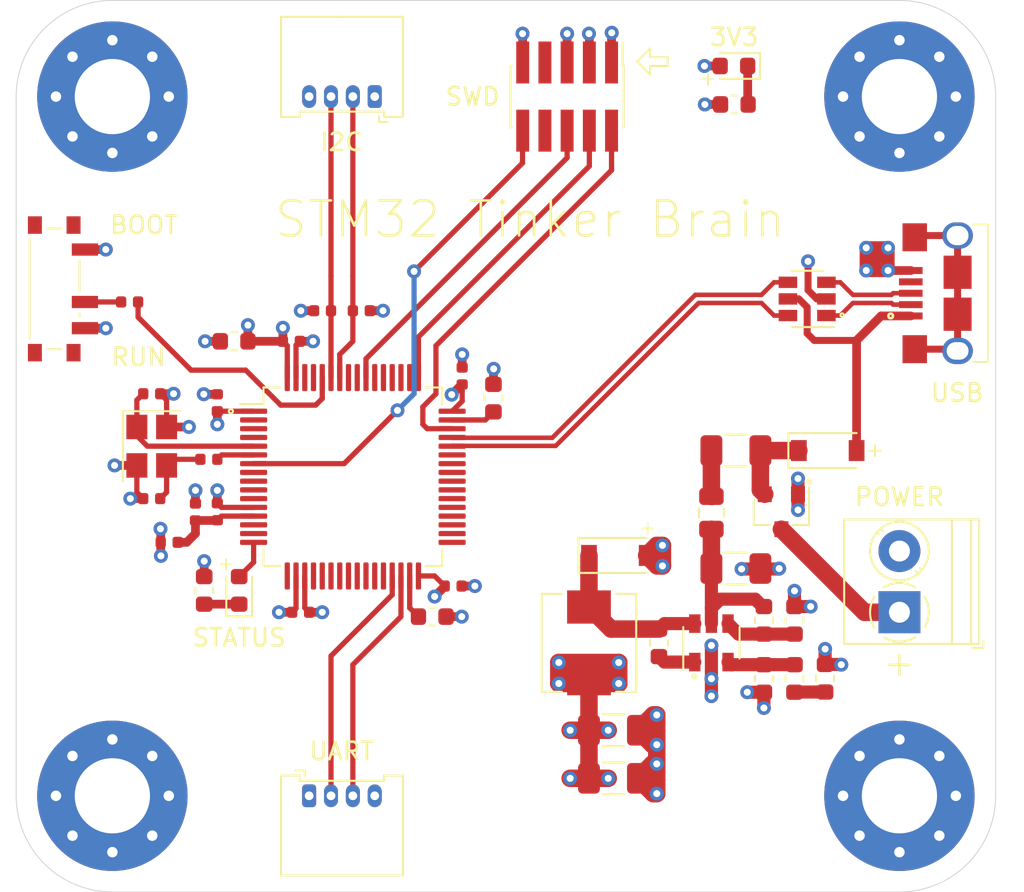
<source format=kicad_pcb>
(kicad_pcb (version 20171130) (host pcbnew 5.1.10-88a1d61d58~90~ubuntu21.04.1)
  (layers (0 F.Cu signal) (1 In1.Cu power) (2 In2.Cu power) (31 B.Cu signal) (34 B.Paste user) (35 F.Paste user) (36 B.SilkS user) (37 F.SilkS user) (38 B.Mask user) (39 F.Mask user) (44 Edge.Cuts user))
  (net 0 "")
  (net 1 BUCK_IN)
  (net 2 GND)
  (net 3 +3V3)
  (net 4 BUCK_SW)
  (net 5 BUCK_BST)
  (net 6 +3.3VA)
  (net 7 "Net-(C13-Pad1)")
  (net 8 "Net-(C14-Pad1)")
  (net 9 HSE_IN)
  (net 10 "Net-(C16-Pad1)")
  (net 11 +5V)
  (net 12 "Net-(D1-Pad1)")
  (net 13 "Net-(D3-Pad1)")
  (net 14 "Net-(D4-Pad1)")
  (net 15 LED_STATUS)
  (net 16 "Net-(F1-Pad1)")
  (net 17 +12V)
  (net 18 SWDIO)
  (net 19 SWCLK)
  (net 20 SWO)
  (net 21 "Net-(J2-Pad7)")
  (net 22 "Net-(J2-Pad8)")
  (net 23 NRST)
  (net 24 I2C1_SDA)
  (net 25 I2C1_SCL)
  (net 26 USART3_TX)
  (net 27 USART3_RX)
  (net 28 USB_CONN_D-)
  (net 29 USB_CONN_D+)
  (net 30 "Net-(J5-Pad4)")
  (net 31 "Net-(J5-Pad6)")
  (net 32 BUCK_EN)
  (net 33 BUCK_FB)
  (net 34 "Net-(R4-Pad2)")
  (net 35 BOOT0)
  (net 36 "Net-(R7-Pad1)")
  (net 37 HSE_OUT)
  (net 38 "Net-(U2-Pad2)")
  (net 39 "Net-(U2-Pad3)")
  (net 40 "Net-(U2-Pad4)")
  (net 41 "Net-(U2-Pad8)")
  (net 42 "Net-(U2-Pad9)")
  (net 43 "Net-(U2-Pad10)")
  (net 44 "Net-(U2-Pad11)")
  (net 45 "Net-(U2-Pad14)")
  (net 46 "Net-(U2-Pad15)")
  (net 47 "Net-(U2-Pad17)")
  (net 48 "Net-(U2-Pad20)")
  (net 49 "Net-(U2-Pad21)")
  (net 50 "Net-(U2-Pad22)")
  (net 51 "Net-(U2-Pad23)")
  (net 52 "Net-(U2-Pad24)")
  (net 53 "Net-(U2-Pad25)")
  (net 54 "Net-(U2-Pad26)")
  (net 55 "Net-(U2-Pad27)")
  (net 56 "Net-(U2-Pad28)")
  (net 57 "Net-(U2-Pad33)")
  (net 58 "Net-(U2-Pad34)")
  (net 59 "Net-(U2-Pad35)")
  (net 60 "Net-(U2-Pad36)")
  (net 61 "Net-(U2-Pad37)")
  (net 62 "Net-(U2-Pad38)")
  (net 63 "Net-(U2-Pad39)")
  (net 64 "Net-(U2-Pad40)")
  (net 65 "Net-(U2-Pad41)")
  (net 66 "Net-(U2-Pad42)")
  (net 67 "Net-(U2-Pad43)")
  (net 68 USB_D-)
  (net 69 USB_D+)
  (net 70 "Net-(U2-Pad50)")
  (net 71 "Net-(U2-Pad51)")
  (net 72 "Net-(U2-Pad52)")
  (net 73 "Net-(U2-Pad53)")
  (net 74 "Net-(U2-Pad54)")
  (net 75 "Net-(U2-Pad56)")
  (net 76 "Net-(U2-Pad57)")
  (net 77 "Net-(U2-Pad61)")
  (net 78 "Net-(U2-Pad62)")
  (module SchmillipKiCADLibrary:JLCPCB_MountingHole_1.152mm (layer F.Cu) (at 75.25 81)
    (fp_text reference REF**)
    (fp_text value MountingHole_1.152mm)
    (pad "" np_thru_hole circle (at 0 0) (size 1.152 1.152) (drill 1.152) (layers *.Cu *.Mask))
  )
  (module SchmillipKiCADLibrary:JLCPCB_MountingHole_1.152mm (layer F.Cu) (at 75.25 41)
    (fp_text reference REF**)
    (fp_text value MountingHole_1.152mm)
    (pad "" np_thru_hole circle (at 0 0) (size 1.152 1.152) (drill 1.152) (layers *.Cu *.Mask))
  )
  (module SchmillipKiCADLibrary:JLCPCB_MountingHole_1.152mm (layer F.Cu) (at 42.5 41)
    (fp_text reference REF**)
    (fp_text value MountingHole_1.152mm)
    (pad "" np_thru_hole circle (at 0 0) (size 1.152 1.152) (drill 1.152) (layers *.Cu *.Mask))
  )
  (module Button_Switch_SMD:SW_SPDT_PCM12 (layer F.Cu) (at 33.25 52 270)
    (fp_text reference SW1)
    (fp_text value SW_SPDT)
    (pad "" np_thru_hole circle (at -1.5 0.33 270) (size 0.9 0.9) (drill 0.9) (layers *.Cu *.Mask))
    (pad "" np_thru_hole circle (at 1.5 0.33 270) (size 0.9 0.9) (drill 0.9) (layers *.Cu *.Mask))
    (pad 1 smd rect (at -2.25 -1.43 270) (size 0.7 1.5) (layers F.Cu F.Paste F.Mask) (net 3 +3V3))
    (pad 2 smd rect (at 0.75 -1.43 270) (size 0.7 1.5) (layers F.Cu F.Paste F.Mask) (net 36 "Net-(R7-Pad1)"))
    (pad 3 smd rect (at 2.25 -1.43 270) (size 0.7 1.5) (layers F.Cu F.Paste F.Mask) (net 2 GND))
    (pad "" smd rect (at -3.65 1.43 270) (size 1 0.8) (layers F.Cu F.Paste F.Mask))
    (pad "" smd rect (at 3.65 1.43 270) (size 1 0.8) (layers F.Cu F.Paste F.Mask))
    (pad "" smd rect (at 3.65 -0.78 270) (size 1 0.8) (layers F.Cu F.Paste F.Mask))
    (pad "" smd rect (at -3.65 -0.78 270) (size 1 0.8) (layers F.Cu F.Paste F.Mask))
  )
  (module Connector_PinHeader_1.27mm:PinHeader_2x05_P1.27mm_Vertical_SMD (layer F.Cu) (at 62.25 41 270)
    (fp_text reference J2)
    (fp_text value SWD)
    (pad 10 smd rect (at 1.95 2.54 270) (size 2.4 0.74) (layers F.Cu F.Paste F.Mask) (net 23 NRST))
    (pad 9 smd rect (at -1.95 2.54 270) (size 2.4 0.74) (layers F.Cu F.Paste F.Mask) (net 2 GND))
    (pad 8 smd rect (at 1.95 1.27 270) (size 2.4 0.74) (layers F.Cu F.Paste F.Mask) (net 22 "Net-(J2-Pad8)"))
    (pad 7 smd rect (at -1.95 1.27 270) (size 2.4 0.74) (layers F.Cu F.Paste F.Mask) (net 21 "Net-(J2-Pad7)"))
    (pad 6 smd rect (at 1.95 0 270) (size 2.4 0.74) (layers F.Cu F.Paste F.Mask) (net 20 SWO))
    (pad 5 smd rect (at -1.95 0 270) (size 2.4 0.74) (layers F.Cu F.Paste F.Mask) (net 2 GND))
    (pad 4 smd rect (at 1.95 -1.27 270) (size 2.4 0.74) (layers F.Cu F.Paste F.Mask) (net 19 SWCLK))
    (pad 3 smd rect (at -1.95 -1.27 270) (size 2.4 0.74) (layers F.Cu F.Paste F.Mask) (net 2 GND))
    (pad 2 smd rect (at 1.95 -2.54 270) (size 2.4 0.74) (layers F.Cu F.Paste F.Mask) (net 18 SWDIO))
    (pad 1 smd rect (at -1.95 -2.54 270) (size 2.4 0.74) (layers F.Cu F.Paste F.Mask) (net 3 +3V3))
  )
  (module Capacitor_SMD:C_1206_3216Metric (layer F.Cu) (at 71.9 68)
    (fp_text reference C1)
    (fp_text value 10u)
    (pad 1 smd roundrect (at -1.4 0) (size 1.25 1.75) (layers F.Cu F.Paste F.Mask) (roundrect_rratio 0.2) (net 1 BUCK_IN))
    (pad 2 smd roundrect (at 1.4 0) (size 1.25 1.75) (layers F.Cu F.Paste F.Mask) (roundrect_rratio 0.2) (net 2 GND))
  )
  (module Capacitor_SMD:C_1206_3216Metric (layer F.Cu) (at 64.9 77.25)
    (fp_text reference C2)
    (fp_text value 10u)
    (pad 1 smd roundrect (at -1.4 0) (size 1.25 1.75) (layers F.Cu F.Paste F.Mask) (roundrect_rratio 0.2) (net 3 +3V3))
    (pad 2 smd roundrect (at 1.4 0) (size 1.25 1.75) (layers F.Cu F.Paste F.Mask) (roundrect_rratio 0.2) (net 2 GND))
  )
  (module Capacitor_SMD:C_1206_3216Metric (layer F.Cu) (at 64.9 80)
    (fp_text reference C3)
    (fp_text value 10u)
    (pad 2 smd roundrect (at 1.4 0) (size 1.25 1.75) (layers F.Cu F.Paste F.Mask) (roundrect_rratio 0.2) (net 2 GND))
    (pad 1 smd roundrect (at -1.4 0) (size 1.25 1.75) (layers F.Cu F.Paste F.Mask) (roundrect_rratio 0.2) (net 3 +3V3))
  )
  (module Capacitor_SMD:C_0603_1608Metric (layer F.Cu) (at 67.5 72.25 270)
    (fp_text reference C4)
    (fp_text value 10n)
    (pad 1 smd roundrect (at -0.7875 0 270) (size 0.875 0.95) (layers F.Cu F.Paste F.Mask) (net 4 BUCK_SW))
    (pad 2 smd roundrect (at 0.7875 0 270) (size 0.875 0.95) (layers F.Cu F.Paste F.Mask) (net 5 BUCK_BST))
  )
  (module Capacitor_SMD:C_0603_1608Metric (layer F.Cu) (at 43.2125 55 180)
    (fp_text reference C5)
    (fp_text value 4u7)
    (pad 2 smd roundrect (at 0.7875 0 180) (size 0.875 0.95) (layers F.Cu F.Paste F.Mask) (net 2 GND))
    (pad 1 smd roundrect (at -0.7875 0 180) (size 0.875 0.95) (layers F.Cu F.Paste F.Mask) (net 3 +3V3))
  )
  (module Capacitor_SMD:C_0402_1005Metric (layer F.Cu) (at 42.25 58.515 90)
    (fp_text reference C6)
    (fp_text value 100n)
    (pad 2 smd roundrect (at 0.485 0 90) (size 0.59 0.64) (layers F.Cu F.Paste F.Mask) (net 2 GND))
    (pad 1 smd roundrect (at -0.485 0 90) (size 0.59 0.64) (layers F.Cu F.Paste F.Mask) (net 3 +3V3))
  )
  (module Capacitor_SMD:C_0402_1005Metric (layer F.Cu) (at 47.015 70.5 180)
    (fp_text reference C7)
    (fp_text value 100n)
    (pad 1 smd roundrect (at -0.485 0 180) (size 0.59 0.64) (layers F.Cu F.Paste F.Mask) (net 3 +3V3))
    (pad 2 smd roundrect (at 0.485 0 180) (size 0.59 0.64) (layers F.Cu F.Paste F.Mask) (net 2 GND))
  )
  (module Capacitor_SMD:C_0402_1005Metric (layer F.Cu) (at 55.735 69)
    (fp_text reference C8)
    (fp_text value 100n)
    (pad 2 smd roundrect (at 0.485 0) (size 0.59 0.64) (layers F.Cu F.Paste F.Mask) (net 2 GND))
    (pad 1 smd roundrect (at -0.485 0) (size 0.59 0.64) (layers F.Cu F.Paste F.Mask) (net 3 +3V3))
  )
  (module Capacitor_SMD:C_0402_1005Metric (layer F.Cu) (at 56.25 56.985 90)
    (fp_text reference C9)
    (fp_text value 100n)
    (pad 1 smd roundrect (at -0.485 0 90) (size 0.59 0.64) (layers F.Cu F.Paste F.Mask) (net 3 +3V3))
    (pad 2 smd roundrect (at 0.485 0 90) (size 0.59 0.64) (layers F.Cu F.Paste F.Mask) (net 2 GND))
  )
  (module Capacitor_SMD:C_0402_1005Metric (layer F.Cu) (at 46.485 55)
    (fp_text reference C10)
    (fp_text value 100n)
    (pad 2 smd roundrect (at 0.485 0) (size 0.59 0.64) (layers F.Cu F.Paste F.Mask) (net 2 GND))
    (pad 1 smd roundrect (at -0.485 0) (size 0.59 0.64) (layers F.Cu F.Paste F.Mask) (net 3 +3V3))
  )
  (module Capacitor_SMD:C_0402_1005Metric (layer F.Cu) (at 41 64.765 90)
    (fp_text reference C11)
    (fp_text value 1u)
    (pad 1 smd roundrect (at -0.485 0 90) (size 0.59 0.64) (layers F.Cu F.Paste F.Mask) (net 6 +3.3VA))
    (pad 2 smd roundrect (at 0.485 0 90) (size 0.59 0.64) (layers F.Cu F.Paste F.Mask) (net 2 GND))
  )
  (module Capacitor_SMD:C_0402_1005Metric (layer F.Cu) (at 42.25 64.75 90)
    (fp_text reference C12)
    (fp_text value 10n)
    (pad 1 smd roundrect (at -0.485 0 90) (size 0.59 0.64) (layers F.Cu F.Paste F.Mask) (net 6 +3.3VA))
    (pad 2 smd roundrect (at 0.485 0 90) (size 0.59 0.64) (layers F.Cu F.Paste F.Mask) (net 2 GND))
  )
  (module Capacitor_SMD:C_0603_1608Metric (layer F.Cu) (at 54.5375 70.75)
    (fp_text reference C13)
    (fp_text value 2u2)
    (pad 1 smd roundrect (at -0.7875 0) (size 0.875 0.95) (layers F.Cu F.Paste F.Mask) (net 7 "Net-(C13-Pad1)"))
    (pad 2 smd roundrect (at 0.7875 0) (size 0.875 0.95) (layers F.Cu F.Paste F.Mask) (net 2 GND))
  )
  (module Capacitor_SMD:C_0603_1608Metric (layer F.Cu) (at 58.0375 58.25 90)
    (fp_text reference C14)
    (fp_text value 2u2)
    (pad 2 smd roundrect (at 0.7875 0 90) (size 0.875 0.95) (layers F.Cu F.Paste F.Mask) (net 2 GND))
    (pad 1 smd roundrect (at -0.7875 0 90) (size 0.875 0.95) (layers F.Cu F.Paste F.Mask) (net 8 "Net-(C14-Pad1)"))
  )
  (module Capacitor_SMD:C_0402_1005Metric (layer F.Cu) (at 38.5 58)
    (fp_text reference C15)
    (fp_text value 12p)
    (pad 2 smd roundrect (at 0.485 0) (size 0.59 0.64) (layers F.Cu F.Paste F.Mask) (net 2 GND))
    (pad 1 smd roundrect (at -0.485 0) (size 0.59 0.64) (layers F.Cu F.Paste F.Mask) (net 9 HSE_IN))
  )
  (module Capacitor_SMD:C_0402_1005Metric (layer F.Cu) (at 38.5 64 180)
    (fp_text reference C16)
    (fp_text value 12p)
    (pad 1 smd roundrect (at -0.485 0 180) (size 0.59 0.64) (layers F.Cu F.Paste F.Mask) (net 10 "Net-(C16-Pad1)"))
    (pad 2 smd roundrect (at 0.485 0 180) (size 0.59 0.64) (layers F.Cu F.Paste F.Mask) (net 2 GND))
  )
  (module Diode_SMD:D_SOD-123 (layer F.Cu) (at 77.15 61.25)
    (fp_text reference D1)
    (fp_text value B5819W)
    (pad 2 smd rect (at 1.65 0) (size 0.9 1.2) (layers F.Cu F.Paste F.Mask) (net 11 +5V))
    (pad 1 smd rect (at -1.65 0) (size 0.9 1.2) (layers F.Cu F.Paste F.Mask) (net 12 "Net-(D1-Pad1)"))
  )
  (module Diode_SMD:D_SOD-123 (layer F.Cu) (at 65.15 67.25)
    (fp_text reference D2)
    (fp_text value B5819W)
    (pad 1 smd rect (at -1.65 0) (size 0.9 1.2) (layers F.Cu F.Paste F.Mask) (net 4 BUCK_SW))
    (pad 2 smd rect (at 1.65 0) (size 0.9 1.2) (layers F.Cu F.Paste F.Mask) (net 2 GND))
  )
  (module LED_SMD:LED_0603_1608Metric (layer F.Cu) (at 71.7875 39.25 180)
    (fp_text reference D3)
    (fp_text value RED)
    (pad 2 smd roundrect (at 0.7875 0 180) (size 0.875 0.95) (layers F.Cu F.Paste F.Mask) (net 3 +3V3))
    (pad 1 smd roundrect (at -0.7875 0 180) (size 0.875 0.95) (layers F.Cu F.Paste F.Mask) (net 13 "Net-(D3-Pad1)"))
  )
  (module LED_SMD:LED_0603_1608Metric (layer F.Cu) (at 43.5 69.25 90)
    (fp_text reference D4)
    (fp_text value BLUE)
    (pad 1 smd roundrect (at -0.7875 0 90) (size 0.875 0.95) (layers F.Cu F.Paste F.Mask) (net 14 "Net-(D4-Pad1)"))
    (pad 2 smd roundrect (at 0.7875 0 90) (size 0.875 0.95) (layers F.Cu F.Paste F.Mask) (net 15 LED_STATUS))
  )
  (module Fuse:Fuse_1206_3216Metric (layer F.Cu) (at 71.9 61.25)
    (fp_text reference F1)
    (fp_text value 250mA)
    (pad 1 smd roundrect (at -1.4 0) (size 1.25 1.75) (layers F.Cu F.Paste F.Mask) (roundrect_rratio 0.2) (net 16 "Net-(F1-Pad1)"))
    (pad 2 smd roundrect (at 1.4 0) (size 1.25 1.75) (layers F.Cu F.Paste F.Mask) (roundrect_rratio 0.2) (net 12 "Net-(D1-Pad1)"))
  )
  (module Inductor_SMD:L_0805_2012Metric (layer F.Cu) (at 70.5 64.8125 90)
    (fp_text reference FB1)
    (fp_text value "600 @ 600MHz")
    (pad 1 smd roundrect (at -0.9375 0 90) (size 0.975 1.4) (layers F.Cu F.Paste F.Mask) (net 1 BUCK_IN))
    (pad 2 smd roundrect (at 0.9375 0 90) (size 0.975 1.4) (layers F.Cu F.Paste F.Mask) (net 16 "Net-(F1-Pad1)"))
  )
  (module MountingHole:MountingHole_4.3mm_M4_Pad_Via (layer F.Cu) (at 81.25 41)
    (fp_text reference H1)
    (fp_text value MountingHole_Pad)
    (pad 1 thru_hole circle (at 0 0) (size 8.6 8.6) (drill 4.3) (layers *.Cu *.Mask) (net 2 GND))
    (pad 1 thru_hole circle (at 3.225 0) (size 0.9 0.9) (drill 0.6) (layers *.Cu *.Mask) (net 2 GND))
    (pad 1 thru_hole circle (at 2.280419 2.280419) (size 0.9 0.9) (drill 0.6) (layers *.Cu *.Mask) (net 2 GND))
    (pad 1 thru_hole circle (at 0 3.225) (size 0.9 0.9) (drill 0.6) (layers *.Cu *.Mask) (net 2 GND))
    (pad 1 thru_hole circle (at -2.280419 2.280419) (size 0.9 0.9) (drill 0.6) (layers *.Cu *.Mask) (net 2 GND))
    (pad 1 thru_hole circle (at -3.225 0) (size 0.9 0.9) (drill 0.6) (layers *.Cu *.Mask) (net 2 GND))
    (pad 1 thru_hole circle (at -2.280419 -2.280419) (size 0.9 0.9) (drill 0.6) (layers *.Cu *.Mask) (net 2 GND))
    (pad 1 thru_hole circle (at 0 -3.225) (size 0.9 0.9) (drill 0.6) (layers *.Cu *.Mask) (net 2 GND))
    (pad 1 thru_hole circle (at 2.280419 -2.280419) (size 0.9 0.9) (drill 0.6) (layers *.Cu *.Mask) (net 2 GND))
  )
  (module MountingHole:MountingHole_4.3mm_M4_Pad_Via (layer F.Cu) (at 81.25 81)
    (fp_text reference H2)
    (fp_text value MountingHole_Pad)
    (pad 1 thru_hole circle (at 2.280419 -2.280419) (size 0.9 0.9) (drill 0.6) (layers *.Cu *.Mask) (net 2 GND))
    (pad 1 thru_hole circle (at 0 -3.225) (size 0.9 0.9) (drill 0.6) (layers *.Cu *.Mask) (net 2 GND))
    (pad 1 thru_hole circle (at -2.280419 -2.280419) (size 0.9 0.9) (drill 0.6) (layers *.Cu *.Mask) (net 2 GND))
    (pad 1 thru_hole circle (at -3.225 0) (size 0.9 0.9) (drill 0.6) (layers *.Cu *.Mask) (net 2 GND))
    (pad 1 thru_hole circle (at -2.280419 2.280419) (size 0.9 0.9) (drill 0.6) (layers *.Cu *.Mask) (net 2 GND))
    (pad 1 thru_hole circle (at 0 3.225) (size 0.9 0.9) (drill 0.6) (layers *.Cu *.Mask) (net 2 GND))
    (pad 1 thru_hole circle (at 2.280419 2.280419) (size 0.9 0.9) (drill 0.6) (layers *.Cu *.Mask) (net 2 GND))
    (pad 1 thru_hole circle (at 3.225 0) (size 0.9 0.9) (drill 0.6) (layers *.Cu *.Mask) (net 2 GND))
    (pad 1 thru_hole circle (at 0 0) (size 8.6 8.6) (drill 4.3) (layers *.Cu *.Mask) (net 2 GND))
  )
  (module MountingHole:MountingHole_4.3mm_M4_Pad_Via (layer F.Cu) (at 36.25 81)
    (fp_text reference H3)
    (fp_text value MountingHole_Pad)
    (pad 1 thru_hole circle (at 0 0) (size 8.6 8.6) (drill 4.3) (layers *.Cu *.Mask) (net 2 GND))
    (pad 1 thru_hole circle (at 3.225 0) (size 0.9 0.9) (drill 0.6) (layers *.Cu *.Mask) (net 2 GND))
    (pad 1 thru_hole circle (at 2.280419 2.280419) (size 0.9 0.9) (drill 0.6) (layers *.Cu *.Mask) (net 2 GND))
    (pad 1 thru_hole circle (at 0 3.225) (size 0.9 0.9) (drill 0.6) (layers *.Cu *.Mask) (net 2 GND))
    (pad 1 thru_hole circle (at -2.280419 2.280419) (size 0.9 0.9) (drill 0.6) (layers *.Cu *.Mask) (net 2 GND))
    (pad 1 thru_hole circle (at -3.225 0) (size 0.9 0.9) (drill 0.6) (layers *.Cu *.Mask) (net 2 GND))
    (pad 1 thru_hole circle (at -2.280419 -2.280419) (size 0.9 0.9) (drill 0.6) (layers *.Cu *.Mask) (net 2 GND))
    (pad 1 thru_hole circle (at 0 -3.225) (size 0.9 0.9) (drill 0.6) (layers *.Cu *.Mask) (net 2 GND))
    (pad 1 thru_hole circle (at 2.280419 -2.280419) (size 0.9 0.9) (drill 0.6) (layers *.Cu *.Mask) (net 2 GND))
  )
  (module MountingHole:MountingHole_4.3mm_M4_Pad_Via (layer F.Cu) (at 36.25 41)
    (fp_text reference H4)
    (fp_text value MountingHole_Pad)
    (pad 1 thru_hole circle (at 2.280419 -2.280419) (size 0.9 0.9) (drill 0.6) (layers *.Cu *.Mask) (net 2 GND))
    (pad 1 thru_hole circle (at 0 -3.225) (size 0.9 0.9) (drill 0.6) (layers *.Cu *.Mask) (net 2 GND))
    (pad 1 thru_hole circle (at -2.280419 -2.280419) (size 0.9 0.9) (drill 0.6) (layers *.Cu *.Mask) (net 2 GND))
    (pad 1 thru_hole circle (at -3.225 0) (size 0.9 0.9) (drill 0.6) (layers *.Cu *.Mask) (net 2 GND))
    (pad 1 thru_hole circle (at -2.280419 2.280419) (size 0.9 0.9) (drill 0.6) (layers *.Cu *.Mask) (net 2 GND))
    (pad 1 thru_hole circle (at 0 3.225) (size 0.9 0.9) (drill 0.6) (layers *.Cu *.Mask) (net 2 GND))
    (pad 1 thru_hole circle (at 2.280419 2.280419) (size 0.9 0.9) (drill 0.6) (layers *.Cu *.Mask) (net 2 GND))
    (pad 1 thru_hole circle (at 3.225 0) (size 0.9 0.9) (drill 0.6) (layers *.Cu *.Mask) (net 2 GND))
    (pad 1 thru_hole circle (at 0 0) (size 8.6 8.6) (drill 4.3) (layers *.Cu *.Mask) (net 2 GND))
  )
  (module TerminalBlock_Phoenix:TerminalBlock_Phoenix_PT-1,5-2-3.5-H_1x02_P3.50mm_Horizontal (layer F.Cu) (at 81.25 70.5 90)
    (fp_text reference J1)
    (fp_text value Screw_Terminal_01x02)
    (pad 1 thru_hole rect (at 0 0 90) (size 2.4 2.4) (drill 1.2) (layers *.Cu *.Mask) (net 17 +12V))
    (pad 2 thru_hole circle (at 3.5 0 90) (size 2.4 2.4) (drill 1.2) (layers *.Cu *.Mask) (net 2 GND))
  )
  (module Connector_Molex:Molex_PicoBlade_53048-0410_1x04_P1.25mm_Horizontal (layer F.Cu) (at 51.25 41 180)
    (fp_text reference J3)
    (fp_text value Conn_01x04)
    (pad 4 thru_hole oval (at 3.75 0 180) (size 0.8 1.3) (drill 0.5) (layers *.Cu *.Mask) (net 2 GND))
    (pad 3 thru_hole oval (at 2.5 0 180) (size 0.8 1.3) (drill 0.5) (layers *.Cu *.Mask) (net 24 I2C1_SDA))
    (pad 2 thru_hole oval (at 1.25 0 180) (size 0.8 1.3) (drill 0.5) (layers *.Cu *.Mask) (net 25 I2C1_SCL))
    (pad 1 thru_hole roundrect (at 0 0 180) (size 0.8 1.3) (drill 0.5) (layers *.Cu *.Mask) (net 3 +3V3))
  )
  (module Connector_Molex:Molex_PicoBlade_53048-0410_1x04_P1.25mm_Horizontal (layer F.Cu) (at 47.5 81)
    (fp_text reference J4)
    (fp_text value Conn_01x04)
    (pad 1 thru_hole roundrect (at 0 0) (size 0.8 1.3) (drill 0.5) (layers *.Cu *.Mask) (net 3 +3V3))
    (pad 2 thru_hole oval (at 1.25 0) (size 0.8 1.3) (drill 0.5) (layers *.Cu *.Mask) (net 26 USART3_TX))
    (pad 3 thru_hole oval (at 2.5 0) (size 0.8 1.3) (drill 0.5) (layers *.Cu *.Mask) (net 27 USART3_RX))
    (pad 4 thru_hole oval (at 3.75 0) (size 0.8 1.3) (drill 0.5) (layers *.Cu *.Mask) (net 2 GND))
  )
  (module SchmillipKiCADLibrary:USB_MICRO_B_101181930001LF (layer F.Cu) (at 84.5 52.25 90)
    (fp_text reference J5)
    (fp_text value USB_B_Micro hide)
    (pad 1 smd rect (at -1.3 -2.6 90) (size 0.4 1.35) (layers F.Cu F.Paste F.Mask) (net 11 +5V))
    (pad 2 smd rect (at -0.65 -2.6 90) (size 0.4 1.35) (layers F.Cu F.Paste F.Mask) (net 28 USB_CONN_D-))
    (pad 3 smd rect (at 0 -2.6 90) (size 0.4 1.35) (layers F.Cu F.Paste F.Mask) (net 29 USB_CONN_D+))
    (pad 4 smd rect (at 0.65 -2.6 90) (size 0.4 1.35) (layers F.Cu F.Paste F.Mask) (net 30 "Net-(J5-Pad4)"))
    (pad 5 smd rect (at 1.3 -2.6 90) (size 0.4 1.35) (layers F.Cu F.Paste F.Mask) (net 2 GND))
    (pad 6 thru_hole oval (at -3.3 0.075 180) (size 1.75 1.5) (drill oval 1.25 1) (layers *.Cu *.Mask) (net 31 "Net-(J5-Pad6)"))
    (pad 6 thru_hole oval (at 3.3 0.075 180) (size 1.75 1.5) (drill oval 1.25 1.1) (layers *.Cu *.Mask) (net 31 "Net-(J5-Pad6)"))
    (pad 6 smd rect (at -3.2 -2.375 180) (size 1.4 1.6) (layers F.Cu F.Paste F.Mask) (net 31 "Net-(J5-Pad6)"))
    (pad 6 smd rect (at -1.2 0.075 180) (size 1.6 1.9) (layers F.Cu F.Paste F.Mask) (net 31 "Net-(J5-Pad6)"))
    (pad 6 smd rect (at 1.2 0.075 180) (size 1.6 1.9) (layers F.Cu F.Paste F.Mask) (net 31 "Net-(J5-Pad6)"))
    (pad 6 smd rect (at 3.2 -2.375 180) (size 1.4 1.6) (layers F.Cu F.Paste F.Mask) (net 31 "Net-(J5-Pad6)"))
  )
  (module Inductor_SMD:L_Sunlord_MWSA0518_5.4x5.2mm (layer F.Cu) (at 63.5 72.25 270)
    (fp_text reference L1)
    (fp_text value 10u)
    (pad 1 smd rect (at -2.05 0 270) (size 1.9 2.5) (layers F.Cu F.Paste F.Mask) (net 4 BUCK_SW))
    (pad 2 smd rect (at 2.05 0 270) (size 1.9 2.5) (layers F.Cu F.Paste F.Mask) (net 3 +3V3))
  )
  (module Inductor_SMD:L_0402_1005Metric (layer F.Cu) (at 39.5 66.5)
    (fp_text reference L2)
    (fp_text value 39n)
    (pad 1 smd roundrect (at -0.485 0) (size 0.59 0.64) (layers F.Cu F.Paste F.Mask) (net 3 +3V3))
    (pad 2 smd roundrect (at 0.485 0) (size 0.59 0.64) (layers F.Cu F.Paste F.Mask) (net 6 +3.3VA))
  )
  (module Package_TO_SOT_SMD:SOT-23 (layer F.Cu) (at 74.5 64.75 270)
    (fp_text reference Q1)
    (fp_text value AO3401A)
    (pad 1 smd rect (at -1 -0.95 270) (size 0.9 0.8) (layers F.Cu F.Paste F.Mask) (net 2 GND))
    (pad 2 smd rect (at -1 0.95 270) (size 0.9 0.8) (layers F.Cu F.Paste F.Mask) (net 12 "Net-(D1-Pad1)"))
    (pad 3 smd rect (at 1 0 270) (size 0.9 0.8) (layers F.Cu F.Paste F.Mask) (net 17 +12V))
  )
  (module Resistor_SMD:R_0603_1608Metric (layer F.Cu) (at 73.5 70.9625 270)
    (fp_text reference R1)
    (fp_text value 100k)
    (pad 2 smd roundrect (at 0.7875 0 270) (size 0.875 0.95) (layers F.Cu F.Paste F.Mask) (net 32 BUCK_EN))
    (pad 1 smd roundrect (at -0.7875 0 270) (size 0.875 0.95) (layers F.Cu F.Paste F.Mask) (net 1 BUCK_IN))
  )
  (module Resistor_SMD:R_0603_1608Metric (layer F.Cu) (at 75.25 70.9625 90)
    (fp_text reference R2)
    (fp_text value 68k)
    (pad 1 smd roundrect (at -0.7875 0 90) (size 0.875 0.95) (layers F.Cu F.Paste F.Mask) (net 32 BUCK_EN))
    (pad 2 smd roundrect (at 0.7875 0 90) (size 0.875 0.95) (layers F.Cu F.Paste F.Mask) (net 2 GND))
  )
  (module Resistor_SMD:R_0603_1608Metric (layer F.Cu) (at 73.5 74.2875 90)
    (fp_text reference R3)
    (fp_text value 47k)
    (pad 1 smd roundrect (at -0.7875 0 90) (size 0.875 0.95) (layers F.Cu F.Paste F.Mask) (net 3 +3V3))
    (pad 2 smd roundrect (at 0.7875 0 90) (size 0.875 0.95) (layers F.Cu F.Paste F.Mask) (net 33 BUCK_FB))
  )
  (module Resistor_SMD:R_0603_1608Metric (layer F.Cu) (at 75.25 74.2875 270)
    (fp_text reference R4)
    (fp_text value 15k)
    (pad 1 smd roundrect (at -0.7875 0 270) (size 0.875 0.95) (layers F.Cu F.Paste F.Mask) (net 33 BUCK_FB))
    (pad 2 smd roundrect (at 0.7875 0 270) (size 0.875 0.95) (layers F.Cu F.Paste F.Mask) (net 34 "Net-(R4-Pad2)"))
  )
  (module Resistor_SMD:R_0603_1608Metric (layer F.Cu) (at 77 74.275 90)
    (fp_text reference R5)
    (fp_text value 270)
    (pad 2 smd roundrect (at 0.7875 0 90) (size 0.875 0.95) (layers F.Cu F.Paste F.Mask) (net 2 GND))
    (pad 1 smd roundrect (at -0.7875 0 90) (size 0.875 0.95) (layers F.Cu F.Paste F.Mask) (net 34 "Net-(R4-Pad2)"))
  )
  (module Resistor_SMD:R_0603_1608Metric (layer F.Cu) (at 71.8125 41.45)
    (fp_text reference R6)
    (fp_text value 1k)
    (pad 2 smd roundrect (at 0.7875 0) (size 0.875 0.95) (layers F.Cu F.Paste F.Mask) (net 13 "Net-(D3-Pad1)"))
    (pad 1 smd roundrect (at -0.7875 0) (size 0.875 0.95) (layers F.Cu F.Paste F.Mask) (net 2 GND))
  )
  (module Resistor_SMD:R_0402_1005Metric (layer F.Cu) (at 37.235 52.75)
    (fp_text reference R7)
    (fp_text value 10k)
    (pad 2 smd roundrect (at 0.485 0) (size 0.59 0.64) (layers F.Cu F.Paste F.Mask) (net 35 BOOT0))
    (pad 1 smd roundrect (at -0.485 0) (size 0.59 0.64) (layers F.Cu F.Paste F.Mask) (net 36 "Net-(R7-Pad1)"))
  )
  (module Resistor_SMD:R_0402_1005Metric (layer F.Cu) (at 41.765 61.75 180)
    (fp_text reference R8)
    (fp_text value 47)
    (pad 1 smd roundrect (at -0.485 0 180) (size 0.59 0.64) (layers F.Cu F.Paste F.Mask) (net 37 HSE_OUT))
    (pad 2 smd roundrect (at 0.485 0 180) (size 0.59 0.64) (layers F.Cu F.Paste F.Mask) (net 10 "Net-(C16-Pad1)"))
  )
  (module Resistor_SMD:R_0603_1608Metric (layer F.Cu) (at 41.5 69.25 270)
    (fp_text reference R9)
    (fp_text value 1k5)
    (pad 1 smd roundrect (at -0.7875 0 270) (size 0.875 0.95) (layers F.Cu F.Paste F.Mask) (net 2 GND))
    (pad 2 smd roundrect (at 0.7875 0 270) (size 0.875 0.95) (layers F.Cu F.Paste F.Mask) (net 14 "Net-(D4-Pad1)"))
  )
  (module Resistor_SMD:R_0402_1005Metric (layer F.Cu) (at 50.485 53.25 180)
    (fp_text reference R10)
    (fp_text value 2k2)
    (pad 2 smd roundrect (at 0.485 0 180) (size 0.59 0.64) (layers F.Cu F.Paste F.Mask) (net 25 I2C1_SCL))
    (pad 1 smd roundrect (at -0.485 0 180) (size 0.59 0.64) (layers F.Cu F.Paste F.Mask) (net 3 +3V3))
  )
  (module Resistor_SMD:R_0402_1005Metric (layer F.Cu) (at 48.265 53.25)
    (fp_text reference R11)
    (fp_text value 2k2)
    (pad 1 smd roundrect (at -0.485 0) (size 0.59 0.64) (layers F.Cu F.Paste F.Mask) (net 3 +3V3))
    (pad 2 smd roundrect (at 0.485 0) (size 0.59 0.64) (layers F.Cu F.Paste F.Mask) (net 24 I2C1_SDA))
  )
  (module Package_TO_SOT_SMD:SOT-23-6 (layer F.Cu) (at 70.5 72.25 90)
    (fp_text reference U1)
    (fp_text value MP2359DJ-LF-Z)
    (pad 1 smd rect (at -1.1 -0.95 90) (size 1.06 0.65) (layers F.Cu F.Paste F.Mask) (net 5 BUCK_BST))
    (pad 2 smd rect (at -1.1 0 90) (size 1.06 0.65) (layers F.Cu F.Paste F.Mask) (net 2 GND))
    (pad 3 smd rect (at -1.1 0.95 90) (size 1.06 0.65) (layers F.Cu F.Paste F.Mask) (net 33 BUCK_FB))
    (pad 4 smd rect (at 1.1 0.95 90) (size 1.06 0.65) (layers F.Cu F.Paste F.Mask) (net 32 BUCK_EN))
    (pad 6 smd rect (at 1.1 -0.95 90) (size 1.06 0.65) (layers F.Cu F.Paste F.Mask) (net 4 BUCK_SW))
    (pad 5 smd rect (at 1.1 0 90) (size 1.06 0.65) (layers F.Cu F.Paste F.Mask) (net 1 BUCK_IN))
  )
  (module Package_QFP:LQFP-64_10x10mm_P0.5mm (layer F.Cu) (at 50 62.75)
    (fp_text reference U2)
    (fp_text value STM32F405RGT6)
    (pad 1 smd roundrect (at -5.675 -3.75) (size 1.55 0.3) (layers F.Cu F.Paste F.Mask) (net 3 +3V3))
    (pad 2 smd roundrect (at -5.675 -3.25) (size 1.55 0.3) (layers F.Cu F.Paste F.Mask) (net 38 "Net-(U2-Pad2)"))
    (pad 3 smd roundrect (at -5.675 -2.75) (size 1.55 0.3) (layers F.Cu F.Paste F.Mask) (net 39 "Net-(U2-Pad3)"))
    (pad 4 smd roundrect (at -5.675 -2.25) (size 1.55 0.3) (layers F.Cu F.Paste F.Mask) (net 40 "Net-(U2-Pad4)"))
    (pad 5 smd roundrect (at -5.675 -1.75) (size 1.55 0.3) (layers F.Cu F.Paste F.Mask) (net 9 HSE_IN))
    (pad 6 smd roundrect (at -5.675 -1.25) (size 1.55 0.3) (layers F.Cu F.Paste F.Mask) (net 37 HSE_OUT))
    (pad 7 smd roundrect (at -5.675 -0.75) (size 1.55 0.3) (layers F.Cu F.Paste F.Mask) (net 23 NRST))
    (pad 8 smd roundrect (at -5.675 -0.25) (size 1.55 0.3) (layers F.Cu F.Paste F.Mask) (net 41 "Net-(U2-Pad8)"))
    (pad 9 smd roundrect (at -5.675 0.25) (size 1.55 0.3) (layers F.Cu F.Paste F.Mask) (net 42 "Net-(U2-Pad9)"))
    (pad 10 smd roundrect (at -5.675 0.75) (size 1.55 0.3) (layers F.Cu F.Paste F.Mask) (net 43 "Net-(U2-Pad10)"))
    (pad 11 smd roundrect (at -5.675 1.25) (size 1.55 0.3) (layers F.Cu F.Paste F.Mask) (net 44 "Net-(U2-Pad11)"))
    (pad 12 smd roundrect (at -5.675 1.75) (size 1.55 0.3) (layers F.Cu F.Paste F.Mask) (net 2 GND))
    (pad 13 smd roundrect (at -5.675 2.25) (size 1.55 0.3) (layers F.Cu F.Paste F.Mask) (net 6 +3.3VA))
    (pad 14 smd roundrect (at -5.675 2.75) (size 1.55 0.3) (layers F.Cu F.Paste F.Mask) (net 45 "Net-(U2-Pad14)"))
    (pad 15 smd roundrect (at -5.675 3.25) (size 1.55 0.3) (layers F.Cu F.Paste F.Mask) (net 46 "Net-(U2-Pad15)"))
    (pad 16 smd roundrect (at -5.675 3.75) (size 1.55 0.3) (layers F.Cu F.Paste F.Mask) (net 15 LED_STATUS))
    (pad 17 smd roundrect (at -3.75 5.675) (size 0.3 1.55) (layers F.Cu F.Paste F.Mask) (net 47 "Net-(U2-Pad17)"))
    (pad 18 smd roundrect (at -3.25 5.675) (size 0.3 1.55) (layers F.Cu F.Paste F.Mask) (net 2 GND))
    (pad 19 smd roundrect (at -2.75 5.675) (size 0.3 1.55) (layers F.Cu F.Paste F.Mask) (net 3 +3V3))
    (pad 20 smd roundrect (at -2.25 5.675) (size 0.3 1.55) (layers F.Cu F.Paste F.Mask) (net 48 "Net-(U2-Pad20)"))
    (pad 21 smd roundrect (at -1.75 5.675) (size 0.3 1.55) (layers F.Cu F.Paste F.Mask) (net 49 "Net-(U2-Pad21)"))
    (pad 22 smd roundrect (at -1.25 5.675) (size 0.3 1.55) (layers F.Cu F.Paste F.Mask) (net 50 "Net-(U2-Pad22)"))
    (pad 23 smd roundrect (at -0.75 5.675) (size 0.3 1.55) (layers F.Cu F.Paste F.Mask) (net 51 "Net-(U2-Pad23)"))
    (pad 24 smd roundrect (at -0.25 5.675) (size 0.3 1.55) (layers F.Cu F.Paste F.Mask) (net 52 "Net-(U2-Pad24)"))
    (pad 25 smd roundrect (at 0.25 5.675) (size 0.3 1.55) (layers F.Cu F.Paste F.Mask) (net 53 "Net-(U2-Pad25)"))
    (pad 26 smd roundrect (at 0.75 5.675) (size 0.3 1.55) (layers F.Cu F.Paste F.Mask) (net 54 "Net-(U2-Pad26)"))
    (pad 27 smd roundrect (at 1.25 5.675) (size 0.3 1.55) (layers F.Cu F.Paste F.Mask) (net 55 "Net-(U2-Pad27)"))
    (pad 28 smd roundrect (at 1.75 5.675) (size 0.3 1.55) (layers F.Cu F.Paste F.Mask) (net 56 "Net-(U2-Pad28)"))
    (pad 29 smd roundrect (at 2.25 5.675) (size 0.3 1.55) (layers F.Cu F.Paste F.Mask) (net 26 USART3_TX))
    (pad 30 smd roundrect (at 2.75 5.675) (size 0.3 1.55) (layers F.Cu F.Paste F.Mask) (net 27 USART3_RX))
    (pad 31 smd roundrect (at 3.25 5.675) (size 0.3 1.55) (layers F.Cu F.Paste F.Mask) (net 7 "Net-(C13-Pad1)"))
    (pad 32 smd roundrect (at 3.75 5.675) (size 0.3 1.55) (layers F.Cu F.Paste F.Mask) (net 3 +3V3))
    (pad 33 smd roundrect (at 5.675 3.75) (size 1.55 0.3) (layers F.Cu F.Paste F.Mask) (net 57 "Net-(U2-Pad33)"))
    (pad 34 smd roundrect (at 5.675 3.25) (size 1.55 0.3) (layers F.Cu F.Paste F.Mask) (net 58 "Net-(U2-Pad34)"))
    (pad 35 smd roundrect (at 5.675 2.75) (size 1.55 0.3) (layers F.Cu F.Paste F.Mask) (net 59 "Net-(U2-Pad35)"))
    (pad 36 smd roundrect (at 5.675 2.25) (size 1.55 0.3) (layers F.Cu F.Paste F.Mask) (net 60 "Net-(U2-Pad36)"))
    (pad 37 smd roundrect (at 5.675 1.75) (size 1.55 0.3) (layers F.Cu F.Paste F.Mask) (net 61 "Net-(U2-Pad37)"))
    (pad 38 smd roundrect (at 5.675 1.25) (size 1.55 0.3) (layers F.Cu F.Paste F.Mask) (net 62 "Net-(U2-Pad38)"))
    (pad 39 smd roundrect (at 5.675 0.75) (size 1.55 0.3) (layers F.Cu F.Paste F.Mask) (net 63 "Net-(U2-Pad39)"))
    (pad 40 smd roundrect (at 5.675 0.25) (size 1.55 0.3) (layers F.Cu F.Paste F.Mask) (net 64 "Net-(U2-Pad40)"))
    (pad 41 smd roundrect (at 5.675 -0.25) (size 1.55 0.3) (layers F.Cu F.Paste F.Mask) (net 65 "Net-(U2-Pad41)"))
    (pad 42 smd roundrect (at 5.675 -0.75) (size 1.55 0.3) (layers F.Cu F.Paste F.Mask) (net 66 "Net-(U2-Pad42)"))
    (pad 43 smd roundrect (at 5.675 -1.25) (size 1.55 0.3) (layers F.Cu F.Paste F.Mask) (net 67 "Net-(U2-Pad43)"))
    (pad 44 smd roundrect (at 5.675 -1.75) (size 1.55 0.3) (layers F.Cu F.Paste F.Mask) (net 68 USB_D-))
    (pad 45 smd roundrect (at 5.675 -2.25) (size 1.55 0.3) (layers F.Cu F.Paste F.Mask) (net 69 USB_D+))
    (pad 46 smd roundrect (at 5.675 -2.75) (size 1.55 0.3) (layers F.Cu F.Paste F.Mask) (net 18 SWDIO))
    (pad 47 smd roundrect (at 5.675 -3.25) (size 1.55 0.3) (layers F.Cu F.Paste F.Mask) (net 8 "Net-(C14-Pad1)"))
    (pad 48 smd roundrect (at 5.675 -3.75) (size 1.55 0.3) (layers F.Cu F.Paste F.Mask) (net 3 +3V3))
    (pad 49 smd roundrect (at 3.75 -5.675) (size 0.3 1.55) (layers F.Cu F.Paste F.Mask) (net 19 SWCLK))
    (pad 50 smd roundrect (at 3.25 -5.675) (size 0.3 1.55) (layers F.Cu F.Paste F.Mask) (net 70 "Net-(U2-Pad50)"))
    (pad 51 smd roundrect (at 2.75 -5.675) (size 0.3 1.55) (layers F.Cu F.Paste F.Mask) (net 71 "Net-(U2-Pad51)"))
    (pad 52 smd roundrect (at 2.25 -5.675) (size 0.3 1.55) (layers F.Cu F.Paste F.Mask) (net 72 "Net-(U2-Pad52)"))
    (pad 53 smd roundrect (at 1.75 -5.675) (size 0.3 1.55) (layers F.Cu F.Paste F.Mask) (net 73 "Net-(U2-Pad53)"))
    (pad 54 smd roundrect (at 1.25 -5.675) (size 0.3 1.55) (layers F.Cu F.Paste F.Mask) (net 74 "Net-(U2-Pad54)"))
    (pad 55 smd roundrect (at 0.75 -5.675) (size 0.3 1.55) (layers F.Cu F.Paste F.Mask) (net 20 SWO))
    (pad 56 smd roundrect (at 0.25 -5.675) (size 0.3 1.55) (layers F.Cu F.Paste F.Mask) (net 75 "Net-(U2-Pad56)"))
    (pad 57 smd roundrect (at -0.25 -5.675) (size 0.3 1.55) (layers F.Cu F.Paste F.Mask) (net 76 "Net-(U2-Pad57)"))
    (pad 58 smd roundrect (at -0.75 -5.675) (size 0.3 1.55) (layers F.Cu F.Paste F.Mask) (net 25 I2C1_SCL))
    (pad 59 smd roundrect (at -1.25 -5.675) (size 0.3 1.55) (layers F.Cu F.Paste F.Mask) (net 24 I2C1_SDA))
    (pad 60 smd roundrect (at -1.75 -5.675) (size 0.3 1.55) (layers F.Cu F.Paste F.Mask) (net 35 BOOT0))
    (pad 61 smd roundrect (at -2.25 -5.675) (size 0.3 1.55) (layers F.Cu F.Paste F.Mask) (net 77 "Net-(U2-Pad61)"))
    (pad 62 smd roundrect (at -2.75 -5.675) (size 0.3 1.55) (layers F.Cu F.Paste F.Mask) (net 78 "Net-(U2-Pad62)"))
    (pad 63 smd roundrect (at -3.25 -5.675) (size 0.3 1.55) (layers F.Cu F.Paste F.Mask) (net 2 GND))
    (pad 64 smd roundrect (at -3.75 -5.675) (size 0.3 1.55) (layers F.Cu F.Paste F.Mask) (net 3 +3V3))
  )
  (module Package_TO_SOT_SMD:SOT-23-6 (layer F.Cu) (at 75.975 52.575 180)
    (fp_text reference U3)
    (fp_text value USBLC6-2SC6)
    (pad 5 smd rect (at 1.1 0 180) (size 1.06 0.65) (layers F.Cu F.Paste F.Mask) (net 11 +5V))
    (pad 6 smd rect (at 1.1 -0.95 180) (size 1.06 0.65) (layers F.Cu F.Paste F.Mask) (net 68 USB_D-))
    (pad 4 smd rect (at 1.1 0.95 180) (size 1.06 0.65) (layers F.Cu F.Paste F.Mask) (net 69 USB_D+))
    (pad 3 smd rect (at -1.1 0.95 180) (size 1.06 0.65) (layers F.Cu F.Paste F.Mask) (net 29 USB_CONN_D+))
    (pad 2 smd rect (at -1.1 0 180) (size 1.06 0.65) (layers F.Cu F.Paste F.Mask) (net 2 GND))
    (pad 1 smd rect (at -1.1 -0.95 180) (size 1.06 0.65) (layers F.Cu F.Paste F.Mask) (net 28 USB_CONN_D-))
  )
  (module Crystal:Crystal_SMD_3225-4Pin_3.2x2.5mm (layer F.Cu) (at 38.5 61 270)
    (fp_text reference Y1)
    (fp_text value 16MHz)
    (pad 1 smd rect (at -1.1 0.85 270) (size 1.4 1.2) (layers F.Cu F.Paste F.Mask) (net 9 HSE_IN))
    (pad 2 smd rect (at 1.1 0.85 270) (size 1.4 1.2) (layers F.Cu F.Paste F.Mask) (net 2 GND))
    (pad 3 smd rect (at 1.1 -0.85 270) (size 1.4 1.2) (layers F.Cu F.Paste F.Mask) (net 10 "Net-(C16-Pad1)"))
    (pad 4 smd rect (at -1.1 -0.85 270) (size 1.4 1.2) (layers F.Cu F.Paste F.Mask) (net 2 GND))
  )
  (gr_text "STM32 Tinker Brain" (at 60.125 48.025) (layer F.SilkS) (effects (font (size 2 2))))
  (gr_text RUN (at 37.75 55.9) (layer F.SilkS) (effects (font (size 1 1))))
  (gr_text + (at 70.3 39.95) (layer F.SilkS) (effects (font (size 0.8 0.8) (thickness 0.1))))
  (gr_text + (at 42.75 67.7) (layer F.SilkS) (effects (font (size 0.8 0.8) (thickness 0.1))))
  (gr_text + (at 81.25 73.4) (layer F.SilkS) (effects (font (size 1.5 1.5))))
  (gr_text + (at 66.85 65.65) (layer F.SilkS) (effects (font (size 0.8 0.8) (thickness 0.1))))
  (gr_text + (at 79.85 61.2) (layer F.SilkS) (effects (font (size 0.8 0.8) (thickness 0.1))))
  (gr_line (start 67 39.75) (end 66.25 39) (layer F.SilkS) (width 0.12))
  (gr_line (start 67 39.25) (end 67 39.75) (layer F.SilkS) (width 0.12))
  (gr_line (start 68 39.25) (end 67 39.25) (layer F.SilkS) (width 0.12))
  (gr_line (start 68 38.75) (end 68 39.25) (layer F.SilkS) (width 0.12))
  (gr_line (start 67 38.75) (end 68 38.75) (layer F.SilkS) (width 0.12))
  (gr_line (start 67 38.25) (end 67 38.75) (layer F.SilkS) (width 0.12))
  (gr_line (start 66.25 39) (end 67 38.25) (layer F.SilkS) (width 0.12))
  (gr_circle (center 77.975 53.5) (end 78 53.525) (layer F.SilkS) (width 0.12))
  (gr_circle (center 76.1 63.025) (end 76.125 63.075) (layer F.SilkS) (width 0.12))
  (gr_circle (center 69.525 74.175) (end 69.55 74.225) (layer F.SilkS) (width 0.12))
  (gr_circle (center 43.025 59) (end 43.05 59.05) (layer F.SilkS) (width 0.12))
  (gr_text STATUS (at 43.5 71.95) (layer F.SilkS) (effects (font (size 1 1))))
  (gr_text 3V3 (at 71.8 37.6) (layer F.SilkS) (effects (font (size 1 1))))
  (gr_text SWD (at 56.85 41) (layer F.SilkS) (effects (font (size 1 1))))
  (gr_text BOOT (at 38.05 48.35) (layer F.SilkS) (effects (font (size 1 1))))
  (gr_text POWER (at 81.25 63.9) (layer F.SilkS) (effects (font (size 1 1))))
  (gr_text USB (at 84.55 57.95) (layer F.SilkS) (effects (font (size 1 1))))
  (gr_text UART (at 49.35 78.45) (layer F.SilkS) (effects (font (size 1 1))))
  (gr_text I2C (at 49.35 43.6) (layer F.SilkS) (effects (font (size 1 1))))
  (gr_arc (start 36.25 41) (end 36.25 35.5) (angle -90) (layer Edge.Cuts) (width 0.05))
  (gr_arc (start 36.25 81) (end 30.75 81) (angle -90) (layer Edge.Cuts) (width 0.05))
  (gr_arc (start 81.25 81) (end 81.25 86.5) (angle -90) (layer Edge.Cuts) (width 0.05))
  (gr_arc (start 81.25 41) (end 86.75 41) (angle -90) (layer Edge.Cuts) (width 0.05))
  (gr_line (start 30.75 81) (end 30.75 41) (layer Edge.Cuts) (width 0.05))
  (gr_line (start 81.25 86.5) (end 36.25 86.5) (layer Edge.Cuts) (width 0.05))
  (gr_line (start 86.75 41) (end 86.75 81) (layer Edge.Cuts) (width 0.05))
  (gr_line (start 36.25 35.5) (end 81.25 35.5) (layer Edge.Cuts) (width 0.05))
  (segment (start 70.5 65.75) (end 70.5 68) (width 1) (layer F.Cu) (net 1))
  (segment (start 73.5 70.175) (end 73.425 70.175) (width 0.75) (layer F.Cu) (net 1))
  (segment (start 73.425 70.175) (end 73 69.75) (width 0.75) (layer F.Cu) (net 1))
  (segment (start 71 69.75) (end 70.5 70.25) (width 0.75) (layer F.Cu) (net 1))
  (segment (start 73 69.75) (end 71 69.75) (width 0.75) (layer F.Cu) (net 1))
  (segment (start 70.5 71.15) (end 70.5 70.25) (width 0.75) (layer F.Cu) (net 1))
  (segment (start 70.5 70.25) (end 70.5 68) (width 0.75) (layer F.Cu) (net 1))
  (via (at 41.55 55) (size 0.8) (drill 0.4) (layers F.Cu B.Cu) (net 2))
  (segment (start 46.75 55.22) (end 46.97 55) (width 0.3) (layer F.Cu) (net 2))
  (segment (start 46.75 57.075) (end 46.75 55.22) (width 0.3) (layer F.Cu) (net 2))
  (segment (start 42.485 64.5) (end 42.25 64.265) (width 0.3) (layer F.Cu) (net 2))
  (segment (start 44.325 64.5) (end 42.485 64.5) (width 0.3) (layer F.Cu) (net 2))
  (segment (start 46.75 70.28) (end 46.53 70.5) (width 0.3) (layer F.Cu) (net 2))
  (segment (start 46.75 68.425) (end 46.75 70.28) (width 0.3) (layer F.Cu) (net 2))
  (segment (start 37.65 63.635) (end 38.015 64) (width 0.3) (layer F.Cu) (net 2))
  (segment (start 37.65 62.1) (end 37.65 63.635) (width 0.3) (layer F.Cu) (net 2))
  (segment (start 39.35 58.365) (end 38.985 58) (width 0.3) (layer F.Cu) (net 2))
  (segment (start 39.35 59.9) (end 39.35 58.365) (width 0.3) (layer F.Cu) (net 2))
  (via (at 35.875 54.25) (size 0.8) (drill 0.4) (layers F.Cu B.Cu) (net 2))
  (via (at 47.725 55) (size 0.8) (drill 0.4) (layers F.Cu B.Cu) (net 2))
  (via (at 39.75 58) (size 0.8) (drill 0.4) (layers F.Cu B.Cu) (net 2))
  (via (at 37.275 64) (size 0.8) (drill 0.4) (layers F.Cu B.Cu) (net 2))
  (via (at 41 63.525) (size 0.8) (drill 0.4) (layers F.Cu B.Cu) (net 2))
  (via (at 42.25 63.525) (size 0.8) (drill 0.4) (layers F.Cu B.Cu) (net 2))
  (via (at 41.5 67.575) (size 0.8) (drill 0.4) (layers F.Cu B.Cu) (net 2))
  (via (at 45.775 70.5) (size 0.8) (drill 0.4) (layers F.Cu B.Cu) (net 2))
  (via (at 56.225 70.75) (size 0.8) (drill 0.4) (layers F.Cu B.Cu) (net 2))
  (via (at 56.975 69) (size 0.8) (drill 0.4) (layers F.Cu B.Cu) (net 2))
  (via (at 56.25 55.75) (size 0.8) (drill 0.4) (layers F.Cu B.Cu) (net 2))
  (via (at 58.05 56.575) (size 0.8) (drill 0.4) (layers F.Cu B.Cu) (net 2))
  (via (at 70.125 41.45) (size 0.8) (drill 0.4) (layers F.Cu B.Cu) (net 2))
  (via (at 80.6 50.95) (size 0.8) (drill 0.4) (layers F.Cu B.Cu) (net 2))
  (via (at 79.35 50.95) (size 0.8) (drill 0.4) (layers F.Cu B.Cu) (net 2))
  (via (at 79.35 49.65) (size 0.8) (drill 0.4) (layers F.Cu B.Cu) (net 2))
  (via (at 80.6 49.65) (size 0.8) (drill 0.4) (layers F.Cu B.Cu) (net 2))
  (via (at 67.7 66.675) (size 0.8) (drill 0.4) (layers F.Cu B.Cu) (net 2))
  (via (at 67.7 67.85) (size 0.8) (drill 0.4) (layers F.Cu B.Cu) (net 2))
  (via (at 72.225 68.025) (size 0.8) (drill 0.4) (layers F.Cu B.Cu) (net 2))
  (via (at 74.375 68) (size 0.8) (drill 0.4) (layers F.Cu B.Cu) (net 2))
  (via (at 75.45 62.85) (size 0.8) (drill 0.4) (layers F.Cu B.Cu) (net 2))
  (via (at 75.45 64.65) (size 0.8) (drill 0.4) (layers F.Cu B.Cu) (net 2))
  (via (at 77 72.6) (size 0.8) (drill 0.4) (layers F.Cu B.Cu) (net 2))
  (via (at 77.925 73.5) (size 0.8) (drill 0.4) (layers F.Cu B.Cu) (net 2))
  (via (at 76.175 70.175) (size 0.8) (drill 0.4) (layers F.Cu B.Cu) (net 2))
  (via (at 75.25 69.275) (size 0.8) (drill 0.4) (layers F.Cu B.Cu) (net 2))
  (via (at 67.375 76.375) (size 0.8) (drill 0.4) (layers F.Cu B.Cu) (net 2))
  (via (at 67.375 78.075) (size 0.8) (drill 0.4) (layers F.Cu B.Cu) (net 2))
  (via (at 67.375 79.175) (size 0.8) (drill 0.4) (layers F.Cu B.Cu) (net 2))
  (via (at 67.375 80.875) (size 0.8) (drill 0.4) (layers F.Cu B.Cu) (net 2))
  (via (at 70.5 74.3) (size 0.8) (drill 0.4) (layers F.Cu B.Cu) (net 2))
  (via (at 70.5 75.3) (size 0.8) (drill 0.4) (layers F.Cu B.Cu) (net 2))
  (via (at 70.5 72.4) (size 0.8) (drill 0.4) (layers F.Cu B.Cu) (net 2))
  (segment (start 70.5 72.4) (end 70.5 75.3) (width 0.75) (layer F.Cu) (net 2))
  (segment (start 77 73.4875) (end 77 72.6) (width 0.75) (layer F.Cu) (net 2))
  (segment (start 77.9125 73.4875) (end 77.925 73.5) (width 0.75) (layer F.Cu) (net 2))
  (segment (start 77 73.4875) (end 77.9125 73.4875) (width 0.75) (layer F.Cu) (net 2))
  (segment (start 75.25 70.175) (end 75.25 69.275) (width 0.75) (layer F.Cu) (net 2))
  (segment (start 75.25 70.175) (end 76.175 70.175) (width 0.75) (layer F.Cu) (net 2))
  (segment (start 74.35 68.025) (end 74.375 68) (width 0.75) (layer F.Cu) (net 2))
  (segment (start 72.225 68.025) (end 74.35 68.025) (width 0.75) (layer F.Cu) (net 2))
  (segment (start 75.45 62.85) (end 75.45 64.65) (width 0.75) (layer F.Cu) (net 2))
  (segment (start 67.175 76.375) (end 66.3 77.25) (width 1) (layer F.Cu) (net 2))
  (segment (start 67.375 76.375) (end 67.175 76.375) (width 1) (layer F.Cu) (net 2))
  (segment (start 67.125 78.075) (end 66.3 77.25) (width 1) (layer F.Cu) (net 2))
  (segment (start 67.375 78.075) (end 67.125 78.075) (width 1) (layer F.Cu) (net 2))
  (segment (start 67.375 76.375) (end 67.375 78.075) (width 1) (layer F.Cu) (net 2))
  (segment (start 67.125 79.175) (end 66.3 80) (width 1) (layer F.Cu) (net 2))
  (segment (start 67.375 79.175) (end 67.125 79.175) (width 1) (layer F.Cu) (net 2))
  (segment (start 67.375 79.175) (end 67.375 80.875) (width 1) (layer F.Cu) (net 2))
  (segment (start 67.175 80.875) (end 66.3 80) (width 1) (layer F.Cu) (net 2))
  (segment (start 67.375 80.875) (end 67.175 80.875) (width 1) (layer F.Cu) (net 2))
  (segment (start 67.375 78.075) (end 67.375 79.175) (width 1) (layer F.Cu) (net 2))
  (segment (start 67.7 66.675) (end 67.7 67.85) (width 1) (layer F.Cu) (net 2))
  (segment (start 67.375 66.675) (end 66.8 67.25) (width 1) (layer F.Cu) (net 2))
  (segment (start 67.7 66.675) (end 67.375 66.675) (width 1) (layer F.Cu) (net 2))
  (segment (start 67.4 67.85) (end 66.8 67.25) (width 1) (layer F.Cu) (net 2))
  (segment (start 67.7 67.85) (end 67.4 67.85) (width 1) (layer F.Cu) (net 2))
  (segment (start 41 64.28) (end 41 63.525) (width 0.5) (layer F.Cu) (net 2))
  (segment (start 42.25 64.265) (end 42.25 63.525) (width 0.5) (layer F.Cu) (net 2))
  (via (at 41.475 58.025) (size 0.8) (drill 0.4) (layers F.Cu B.Cu) (net 2))
  (segment (start 41.48 58.03) (end 41.475 58.025) (width 0.5) (layer F.Cu) (net 2))
  (segment (start 42.25 58.03) (end 41.48 58.03) (width 0.5) (layer F.Cu) (net 2))
  (segment (start 39.75 58) (end 38.985 58) (width 0.5) (layer F.Cu) (net 2))
  (via (at 40.625 59.9) (size 0.8) (drill 0.4) (layers F.Cu B.Cu) (net 2))
  (via (at 36.375 62.1) (size 0.8) (drill 0.4) (layers F.Cu B.Cu) (net 2))
  (segment (start 40.625 59.9) (end 39.35 59.9) (width 0.5) (layer F.Cu) (net 2))
  (segment (start 37.65 62.1) (end 36.375 62.1) (width 0.5) (layer F.Cu) (net 2))
  (segment (start 42.425 55) (end 41.55 55) (width 0.5) (layer F.Cu) (net 2))
  (segment (start 35.875 54.25) (end 34.68 54.25) (width 0.5) (layer F.Cu) (net 2))
  (segment (start 46.97 55) (end 47.725 55) (width 0.5) (layer F.Cu) (net 2))
  (segment (start 56.25 56.5) (end 56.25 55.75) (width 0.5) (layer F.Cu) (net 2))
  (segment (start 58.0375 56.5875) (end 58.05 56.575) (width 0.5) (layer F.Cu) (net 2))
  (segment (start 58.0375 57.4625) (end 58.0375 56.5875) (width 0.5) (layer F.Cu) (net 2))
  (segment (start 71.025 41.45) (end 70.125 41.45) (width 0.5) (layer F.Cu) (net 2))
  (segment (start 46.53 70.5) (end 45.775 70.5) (width 0.5) (layer F.Cu) (net 2))
  (segment (start 41.5 68.4625) (end 41.5 67.575) (width 0.5) (layer F.Cu) (net 2))
  (segment (start 38.015 64) (end 37.275 64) (width 0.5) (layer F.Cu) (net 2))
  (segment (start 81.9 50.95) (end 80.6 50.95) (width 0.5) (layer F.Cu) (net 2))
  (segment (start 80.6 50.95) (end 79.35 50.95) (width 0.75) (layer F.Cu) (net 2))
  (segment (start 79.35 49.65) (end 79.35 50.95) (width 0.75) (layer F.Cu) (net 2))
  (segment (start 80.6 49.65) (end 80.6 50.95) (width 0.75) (layer F.Cu) (net 2))
  (segment (start 79.35 50.9) (end 80.6 49.65) (width 0.75) (layer F.Cu) (net 2))
  (segment (start 79.35 50.95) (end 79.35 50.9) (width 0.75) (layer F.Cu) (net 2))
  (segment (start 79.35 49.65) (end 80.6 49.65) (width 0.75) (layer F.Cu) (net 2))
  (segment (start 77.075 52.575) (end 76.525 52.575) (width 0.4) (layer F.Cu) (net 2))
  (segment (start 76.525 52.575) (end 76.025 52.075) (width 0.4) (layer F.Cu) (net 2))
  (via (at 76.025 50.425) (size 0.8) (drill 0.4) (layers F.Cu B.Cu) (net 2))
  (segment (start 76.025 52.075) (end 76.025 50.425) (width 0.4) (layer F.Cu) (net 2))
  (segment (start 56.22 69) (end 56.975 69) (width 0.5) (layer F.Cu) (net 2))
  (segment (start 55.325 70.75) (end 56.225 70.75) (width 0.5) (layer F.Cu) (net 2))
  (via (at 63.5 37.4) (size 0.8) (drill 0.4) (layers F.Cu B.Cu) (net 2))
  (via (at 62.25 37.4) (size 0.8) (drill 0.4) (layers F.Cu B.Cu) (net 2))
  (via (at 59.7 37.4) (size 0.8) (drill 0.4) (layers F.Cu B.Cu) (net 2))
  (segment (start 63.52 37.42) (end 63.5 37.4) (width 0.5) (layer F.Cu) (net 2))
  (segment (start 63.52 39.05) (end 63.52 37.42) (width 0.5) (layer F.Cu) (net 2))
  (segment (start 62.25 39.05) (end 62.25 37.4) (width 0.5) (layer F.Cu) (net 2))
  (segment (start 59.71 37.41) (end 59.7 37.4) (width 0.5) (layer F.Cu) (net 2))
  (segment (start 59.71 39.05) (end 59.71 37.41) (width 0.5) (layer F.Cu) (net 2))
  (via (at 51.725 53.25) (size 0.8) (drill 0.4) (layers F.Cu B.Cu) (net 3))
  (segment (start 46.25 55.25) (end 46 55) (width 0.3) (layer F.Cu) (net 3))
  (segment (start 46.25 57.075) (end 46.25 55.25) (width 0.3) (layer F.Cu) (net 3))
  (segment (start 44.325 59) (end 42.25 59) (width 0.3) (layer F.Cu) (net 3))
  (segment (start 47.25 70.25) (end 47.5 70.5) (width 0.3) (layer F.Cu) (net 3))
  (segment (start 47.25 68.425) (end 47.25 70.25) (width 0.3) (layer F.Cu) (net 3))
  (segment (start 54.675 68.425) (end 55.25 69) (width 0.3) (layer F.Cu) (net 3))
  (segment (start 53.75 68.425) (end 54.675 68.425) (width 0.3) (layer F.Cu) (net 3))
  (segment (start 56.25 58.425) (end 55.675 59) (width 0.3) (layer F.Cu) (net 3))
  (segment (start 56.25 57.47) (end 56.25 58.425) (width 0.3) (layer F.Cu) (net 3))
  (segment (start 46 55) (end 44 55) (width 0.5) (layer F.Cu) (net 3))
  (segment (start 63.5 74.3) (end 63.5 80) (width 1) (layer F.Cu) (net 3))
  (via (at 47.025 53.25) (size 0.8) (drill 0.4) (layers F.Cu B.Cu) (net 3))
  (via (at 44 54.075) (size 0.8) (drill 0.4) (layers F.Cu B.Cu) (net 3))
  (via (at 35.875 49.75) (size 0.8) (drill 0.4) (layers F.Cu B.Cu) (net 3))
  (via (at 70.1 39.25) (size 0.8) (drill 0.4) (layers F.Cu B.Cu) (net 3))
  (via (at 54.675 69.6) (size 0.8) (drill 0.4) (layers F.Cu B.Cu) (net 3))
  (via (at 48.25 70.5) (size 0.8) (drill 0.4) (layers F.Cu B.Cu) (net 3))
  (via (at 39 65.725) (size 0.8) (drill 0.4) (layers F.Cu B.Cu) (net 3))
  (via (at 39.025 67.275) (size 0.8) (drill 0.4) (layers F.Cu B.Cu) (net 3))
  (via (at 42.25 59.75) (size 0.8) (drill 0.4) (layers F.Cu B.Cu) (net 3))
  (via (at 46 54.225) (size 0.8) (drill 0.4) (layers F.Cu B.Cu) (net 3))
  (segment (start 47.78 53.25) (end 47.025 53.25) (width 0.5) (layer F.Cu) (net 3))
  (segment (start 46 55) (end 46 54.225) (width 0.5) (layer F.Cu) (net 3))
  (segment (start 44 55) (end 44 54.075) (width 0.5) (layer F.Cu) (net 3))
  (segment (start 50.97 53.25) (end 51.725 53.25) (width 0.5) (layer F.Cu) (net 3))
  (segment (start 71 39.25) (end 70.1 39.25) (width 0.5) (layer F.Cu) (net 3))
  (segment (start 34.68 49.75) (end 35.875 49.75) (width 0.5) (layer F.Cu) (net 3))
  (segment (start 42.25 59) (end 42.25 59.75) (width 0.5) (layer F.Cu) (net 3))
  (segment (start 39.015 65.74) (end 39 65.725) (width 0.5) (layer F.Cu) (net 3))
  (segment (start 39.015 66.5) (end 39.015 65.74) (width 0.5) (layer F.Cu) (net 3))
  (segment (start 39.015 67.265) (end 39.025 67.275) (width 0.5) (layer F.Cu) (net 3))
  (segment (start 39.015 66.5) (end 39.015 67.265) (width 0.5) (layer F.Cu) (net 3))
  (segment (start 47.5 70.5) (end 48.25 70.5) (width 0.5) (layer F.Cu) (net 3))
  (segment (start 55.25 69.025) (end 54.675 69.6) (width 0.5) (layer F.Cu) (net 3))
  (segment (start 55.25 69) (end 55.25 69.025) (width 0.5) (layer F.Cu) (net 3))
  (via (at 61.775 74.575) (size 0.8) (drill 0.4) (layers F.Cu B.Cu) (net 3))
  (via (at 61.775 73.375) (size 0.8) (drill 0.4) (layers F.Cu B.Cu) (net 3))
  (via (at 65.2 73.375) (size 0.8) (drill 0.4) (layers F.Cu B.Cu) (net 3))
  (via (at 65.2 74.575) (size 0.8) (drill 0.4) (layers F.Cu B.Cu) (net 3))
  (via (at 62.425 77.25) (size 0.8) (drill 0.4) (layers F.Cu B.Cu) (net 3))
  (via (at 64.6 77.25) (size 0.8) (drill 0.4) (layers F.Cu B.Cu) (net 3))
  (via (at 62.425 80) (size 0.8) (drill 0.4) (layers F.Cu B.Cu) (net 3))
  (via (at 64.6 80) (size 0.8) (drill 0.4) (layers F.Cu B.Cu) (net 3))
  (via (at 72.55 75.075) (size 0.8) (drill 0.4) (layers F.Cu B.Cu) (net 3))
  (via (at 73.5 75.975) (size 0.8) (drill 0.4) (layers F.Cu B.Cu) (net 3))
  (segment (start 62.7 74.3) (end 61.775 73.375) (width 1) (layer F.Cu) (net 3))
  (segment (start 63.5 74.3) (end 62.7 74.3) (width 1) (layer F.Cu) (net 3))
  (segment (start 62.05 74.3) (end 61.775 74.575) (width 1) (layer F.Cu) (net 3))
  (segment (start 63.5 74.3) (end 62.05 74.3) (width 1) (layer F.Cu) (net 3))
  (segment (start 64.275 74.3) (end 65.2 73.375) (width 1) (layer F.Cu) (net 3))
  (segment (start 63.5 74.3) (end 64.275 74.3) (width 1) (layer F.Cu) (net 3))
  (segment (start 64.925 74.3) (end 65.2 74.575) (width 1) (layer F.Cu) (net 3))
  (segment (start 63.5 74.3) (end 64.925 74.3) (width 1) (layer F.Cu) (net 3))
  (segment (start 61.775 73.375) (end 61.775 74.575) (width 1) (layer F.Cu) (net 3))
  (segment (start 65.2 73.375) (end 65.2 74.575) (width 1) (layer F.Cu) (net 3))
  (segment (start 61.775 73.375) (end 65.2 73.375) (width 1) (layer F.Cu) (net 3))
  (segment (start 61.775 74.575) (end 65.2 74.575) (width 1) (layer F.Cu) (net 3))
  (segment (start 62.425 77.25) (end 64.6 77.25) (width 1) (layer F.Cu) (net 3))
  (segment (start 62.425 80) (end 64.6 80) (width 1) (layer F.Cu) (net 3))
  (segment (start 73.5 75.075) (end 72.55 75.075) (width 0.75) (layer F.Cu) (net 3))
  (segment (start 73.5 75.075) (end 73.5 75.975) (width 0.75) (layer F.Cu) (net 3))
  (via (at 55.65 58.05) (size 0.8) (drill 0.4) (layers F.Cu B.Cu) (net 3))
  (segment (start 56.23 57.47) (end 55.65 58.05) (width 0.5) (layer F.Cu) (net 3))
  (segment (start 56.25 57.47) (end 56.23 57.47) (width 0.5) (layer F.Cu) (net 3))
  (via (at 64.8 37.35) (size 0.8) (drill 0.4) (layers F.Cu B.Cu) (net 3))
  (segment (start 64.79 37.36) (end 64.8 37.35) (width 0.5) (layer F.Cu) (net 3))
  (segment (start 64.79 39.05) (end 64.79 37.36) (width 0.5) (layer F.Cu) (net 3))
  (segment (start 67.8125 71.15) (end 67.5 71.4625) (width 0.75) (layer F.Cu) (net 4))
  (segment (start 69.55 71.15) (end 67.8125 71.15) (width 0.75) (layer F.Cu) (net 4))
  (segment (start 64.7625 71.4625) (end 63.5 70.2) (width 1) (layer F.Cu) (net 4))
  (segment (start 67.5 71.4625) (end 64.7625 71.4625) (width 1) (layer F.Cu) (net 4))
  (segment (start 63.5 70.2) (end 63.5 67.25) (width 1) (layer F.Cu) (net 4))
  (segment (start 67.8125 73.35) (end 67.5 73.0375) (width 0.75) (layer F.Cu) (net 5))
  (segment (start 69.55 73.35) (end 67.8125 73.35) (width 0.75) (layer F.Cu) (net 5))
  (segment (start 42.485 65) (end 42.25 65.235) (width 0.3) (layer F.Cu) (net 6))
  (segment (start 44.325 65) (end 42.485 65) (width 0.3) (layer F.Cu) (net 6))
  (segment (start 39.985 66.5) (end 40.5 66.5) (width 0.5) (layer F.Cu) (net 6))
  (segment (start 41 66) (end 41 65.25) (width 0.5) (layer F.Cu) (net 6))
  (segment (start 40.5 66.5) (end 41 66) (width 0.5) (layer F.Cu) (net 6))
  (segment (start 42.235 65.25) (end 42.25 65.235) (width 0.5) (layer F.Cu) (net 6))
  (segment (start 41 65.25) (end 42.235 65.25) (width 0.5) (layer F.Cu) (net 6))
  (segment (start 53.25 70.25) (end 53.75 70.75) (width 0.3) (layer F.Cu) (net 7))
  (segment (start 53.25 68.425) (end 53.25 70.25) (width 0.3) (layer F.Cu) (net 7))
  (segment (start 57.575 59.5) (end 58.0375 59.0375) (width 0.3) (layer F.Cu) (net 8))
  (segment (start 55.675 59.5) (end 57.575 59.5) (width 0.3) (layer F.Cu) (net 8))
  (segment (start 44.325 61) (end 38.25 61) (width 0.3) (layer F.Cu) (net 9))
  (segment (start 37.65 60.4) (end 37.65 59.9) (width 0.3) (layer F.Cu) (net 9))
  (segment (start 38.25 61) (end 37.65 60.4) (width 0.3) (layer F.Cu) (net 9))
  (segment (start 37.65 58.365) (end 38.015 58) (width 0.3) (layer F.Cu) (net 9))
  (segment (start 37.65 59.9) (end 37.65 58.365) (width 0.3) (layer F.Cu) (net 9))
  (segment (start 39.35 63.635) (end 38.985 64) (width 0.3) (layer F.Cu) (net 10))
  (segment (start 39.35 62.1) (end 39.35 63.635) (width 0.3) (layer F.Cu) (net 10))
  (segment (start 39.7 61.75) (end 39.35 62.1) (width 0.3) (layer F.Cu) (net 10))
  (segment (start 41.28 61.75) (end 39.7 61.75) (width 0.3) (layer F.Cu) (net 10))
  (segment (start 81.9 53.55) (end 80.2 53.55) (width 0.5) (layer F.Cu) (net 11))
  (segment (start 78.8 54.95) (end 78.8 61.25) (width 0.5) (layer F.Cu) (net 11))
  (segment (start 80.2 53.55) (end 78.8 54.95) (width 0.5) (layer F.Cu) (net 11))
  (segment (start 75.500002 52.575) (end 74.875 52.575) (width 0.4) (layer F.Cu) (net 11))
  (segment (start 75.975 53.049998) (end 75.500002 52.575) (width 0.4) (layer F.Cu) (net 11))
  (segment (start 75.975 54.55) (end 75.975 53.049998) (width 0.4) (layer F.Cu) (net 11))
  (segment (start 76.375 54.95) (end 75.975 54.55) (width 0.4) (layer F.Cu) (net 11))
  (segment (start 78.8 54.95) (end 76.375 54.95) (width 0.4) (layer F.Cu) (net 11))
  (segment (start 73.3 63.5) (end 73.55 63.75) (width 1) (layer F.Cu) (net 12))
  (segment (start 73.3 61.25) (end 73.3 63.5) (width 1) (layer F.Cu) (net 12))
  (segment (start 73.3 61.25) (end 75.5 61.25) (width 1) (layer F.Cu) (net 12))
  (segment (start 72.575 41.425) (end 72.6 41.45) (width 0.5) (layer F.Cu) (net 13))
  (segment (start 72.575 39.25) (end 72.575 41.425) (width 0.5) (layer F.Cu) (net 13))
  (segment (start 43.5 70.0375) (end 41.5 70.0375) (width 0.5) (layer F.Cu) (net 14))
  (segment (start 44.325 67.6375) (end 43.5 68.4625) (width 0.3) (layer F.Cu) (net 15))
  (segment (start 44.325 66.5) (end 44.325 67.6375) (width 0.3) (layer F.Cu) (net 15))
  (segment (start 70.5 61.25) (end 70.5 63.875) (width 1) (layer F.Cu) (net 16))
  (segment (start 79.25 70.5) (end 74.5 65.75) (width 1) (layer F.Cu) (net 17))
  (segment (start 81.25 70.5) (end 79.25 70.5) (width 1) (layer F.Cu) (net 17))
  (segment (start 64.79 45.21) (end 64.79 42.95) (width 0.3) (layer F.Cu) (net 18))
  (segment (start 54.75 55.25) (end 64.79 45.21) (width 0.3) (layer F.Cu) (net 18))
  (segment (start 54 59.75) (end 54 58.75) (width 0.3) (layer F.Cu) (net 18))
  (segment (start 54.25 60) (end 54 59.75) (width 0.3) (layer F.Cu) (net 18))
  (segment (start 55.675 60) (end 54.25 60) (width 0.3) (layer F.Cu) (net 18))
  (segment (start 54 58.75) (end 54.75 58) (width 0.3) (layer F.Cu) (net 18))
  (segment (start 54.75 58) (end 54.75 55.25) (width 0.3) (layer F.Cu) (net 18))
  (segment (start 53.75 57.075) (end 53.75 54.75) (width 0.3) (layer F.Cu) (net 19))
  (segment (start 63.52 44.98) (end 63.52 42.95) (width 0.3) (layer F.Cu) (net 19))
  (segment (start 53.75 54.75) (end 63.52 44.98) (width 0.3) (layer F.Cu) (net 19))
  (segment (start 62.25 44.5) (end 62.25 42.95) (width 0.3) (layer F.Cu) (net 20))
  (segment (start 50.75 57.075) (end 50.75 56) (width 0.3) (layer F.Cu) (net 20))
  (segment (start 50.75 56) (end 62.25 44.5) (width 0.3) (layer F.Cu) (net 20))
  (segment (start 44.325 62) (end 49.5 62) (width 0.3) (layer F.Cu) (net 23))
  (via (at 52.55 58.95) (size 0.8) (drill 0.4) (layers F.Cu B.Cu) (net 23))
  (segment (start 49.5 62) (end 52.55 58.95) (width 0.3) (layer F.Cu) (net 23))
  (via (at 53.5 51) (size 0.8) (drill 0.4) (layers F.Cu B.Cu) (net 23))
  (segment (start 52.55 58.95) (end 53.5 58) (width 0.3) (layer B.Cu) (net 23))
  (segment (start 53.5 58) (end 53.5 51) (width 0.3) (layer B.Cu) (net 23))
  (segment (start 53.5 51) (end 59.7 44.8) (width 0.3) (layer F.Cu) (net 23))
  (segment (start 59.7 42.96) (end 59.71 42.95) (width 0.3) (layer F.Cu) (net 23))
  (segment (start 59.7 44.8) (end 59.7 42.96) (width 0.3) (layer F.Cu) (net 23))
  (segment (start 48.75 51.25) (end 48.75 41) (width 0.3) (layer F.Cu) (net 24))
  (segment (start 48.75 51.25) (end 48.75 53.25) (width 0.3) (layer F.Cu) (net 24))
  (segment (start 48.75 57.075) (end 48.75 53.25) (width 0.3) (layer F.Cu) (net 24))
  (segment (start 49.25 57.075) (end 49.25 55.75) (width 0.3) (layer F.Cu) (net 25))
  (segment (start 49.25 55.75) (end 50 55) (width 0.3) (layer F.Cu) (net 25))
  (segment (start 50 51.25) (end 50 41) (width 0.3) (layer F.Cu) (net 25))
  (segment (start 50 55) (end 50 53.25) (width 0.3) (layer F.Cu) (net 25))
  (segment (start 50 51.25) (end 50 53.25) (width 0.3) (layer F.Cu) (net 25))
  (segment (start 52.25 68.425) (end 52.25 69.5) (width 0.3) (layer F.Cu) (net 26))
  (segment (start 48.75 73) (end 48.75 81) (width 0.3) (layer F.Cu) (net 26))
  (segment (start 52.25 69.5) (end 48.75 73) (width 0.3) (layer F.Cu) (net 26))
  (segment (start 52.75 68.425) (end 52.75 70.75) (width 0.3) (layer F.Cu) (net 27))
  (segment (start 50 73.5) (end 50 81) (width 0.3) (layer F.Cu) (net 27))
  (segment (start 52.75 70.75) (end 50 73.5) (width 0.3) (layer F.Cu) (net 27))
  (segment (start 77.870001 53.525) (end 77.075 53.525) (width 0.261112) (layer F.Cu) (net 28))
  (segment (start 81.9 52.9) (end 80.887499 52.9) (width 0.261112) (layer F.Cu) (net 28))
  (segment (start 78.587845 52.807156) (end 77.870001 53.525) (width 0.261112) (layer F.Cu) (net 28))
  (segment (start 80.887499 52.9) (end 80.794655 52.807156) (width 0.261112) (layer F.Cu) (net 28))
  (segment (start 80.794655 52.807156) (end 78.587845 52.807156) (width 0.261112) (layer F.Cu) (net 28))
  (segment (start 80.887499 52.25) (end 80.794655 52.342844) (width 0.261112) (layer F.Cu) (net 29))
  (segment (start 77.870001 51.625) (end 77.075 51.625) (width 0.261112) (layer F.Cu) (net 29))
  (segment (start 81.9 52.25) (end 80.887499 52.25) (width 0.261112) (layer F.Cu) (net 29))
  (segment (start 80.794655 52.342844) (end 78.587845 52.342844) (width 0.261112) (layer F.Cu) (net 29))
  (segment (start 78.587845 52.342844) (end 77.870001 51.625) (width 0.261112) (layer F.Cu) (net 29))
  (segment (start 84.475 55.45) (end 84.575 55.55) (width 0.4) (layer F.Cu) (net 31))
  (segment (start 82.125 55.45) (end 84.475 55.45) (width 0.4) (layer F.Cu) (net 31))
  (segment (start 84.575 55.55) (end 84.575 48.95) (width 0.4) (layer F.Cu) (net 31))
  (segment (start 82.225 48.95) (end 82.125 49.05) (width 0.4) (layer F.Cu) (net 31))
  (segment (start 84.575 48.95) (end 82.225 48.95) (width 0.4) (layer F.Cu) (net 31))
  (segment (start 72.05 71.75) (end 71.45 71.15) (width 0.75) (layer F.Cu) (net 32))
  (segment (start 75.25 71.75) (end 72.05 71.75) (width 0.75) (layer F.Cu) (net 32))
  (segment (start 71.6 73.5) (end 71.45 73.35) (width 0.75) (layer F.Cu) (net 33))
  (segment (start 73.5 73.5) (end 71.6 73.5) (width 0.75) (layer F.Cu) (net 33))
  (segment (start 75.25 73.5) (end 73.5 73.5) (width 0.75) (layer F.Cu) (net 33))
  (segment (start 75.2625 75.0625) (end 75.25 75.075) (width 0.75) (layer F.Cu) (net 34))
  (segment (start 77 75.0625) (end 75.2625 75.0625) (width 0.75) (layer F.Cu) (net 34))
  (segment (start 48.25 57.075) (end 48.25 58.275) (width 0.3) (layer F.Cu) (net 35))
  (segment (start 48.25 58.275) (end 47.875 58.65) (width 0.3) (layer F.Cu) (net 35))
  (segment (start 47.875 58.65) (end 45.875 58.65) (width 0.3) (layer F.Cu) (net 35))
  (segment (start 45.875 58.65) (end 43.875 56.65) (width 0.3) (layer F.Cu) (net 35))
  (segment (start 43.875 56.65) (end 40.75 56.65) (width 0.3) (layer F.Cu) (net 35))
  (segment (start 37.72 53.62) (end 37.72 52.75) (width 0.3) (layer F.Cu) (net 35))
  (segment (start 40.75 56.65) (end 37.72 53.62) (width 0.3) (layer F.Cu) (net 35))
  (segment (start 36.75 52.75) (end 34.68 52.75) (width 0.3) (layer F.Cu) (net 36))
  (segment (start 42.5 61.5) (end 42.25 61.75) (width 0.3) (layer F.Cu) (net 37))
  (segment (start 44.325 61.5) (end 42.5 61.5) (width 0.3) (layer F.Cu) (net 37))
  (segment (start 55.675 61) (end 55.692844 60.982156) (width 0.261112) (layer F.Cu) (net 68))
  (segment (start 55.692844 60.982156) (end 61.596164 60.982156) (width 0.261112) (layer F.Cu) (net 68))
  (segment (start 69.771164 52.807156) (end 73.362155 52.807156) (width 0.261112) (layer F.Cu) (net 68))
  (segment (start 61.596164 60.982156) (end 69.771164 52.807156) (width 0.261112) (layer F.Cu) (net 68))
  (segment (start 74.079999 53.525) (end 74.875 53.525) (width 0.261112) (layer F.Cu) (net 68))
  (segment (start 73.362155 52.807156) (end 74.079999 53.525) (width 0.261112) (layer F.Cu) (net 68))
  (segment (start 61.403836 60.517844) (end 69.578836 52.342844) (width 0.261112) (layer F.Cu) (net 69))
  (segment (start 55.692844 60.517844) (end 61.403836 60.517844) (width 0.261112) (layer F.Cu) (net 69))
  (segment (start 55.675 60.5) (end 55.692844 60.517844) (width 0.261112) (layer F.Cu) (net 69))
  (segment (start 73.362155 52.342844) (end 74.079999 51.625) (width 0.261112) (layer F.Cu) (net 69))
  (segment (start 69.578836 52.342844) (end 73.362155 52.342844) (width 0.261112) (layer F.Cu) (net 69))
  (segment (start 74.079999 51.625) (end 74.875 51.625) (width 0.261112) (layer F.Cu) (net 69))
)
</source>
